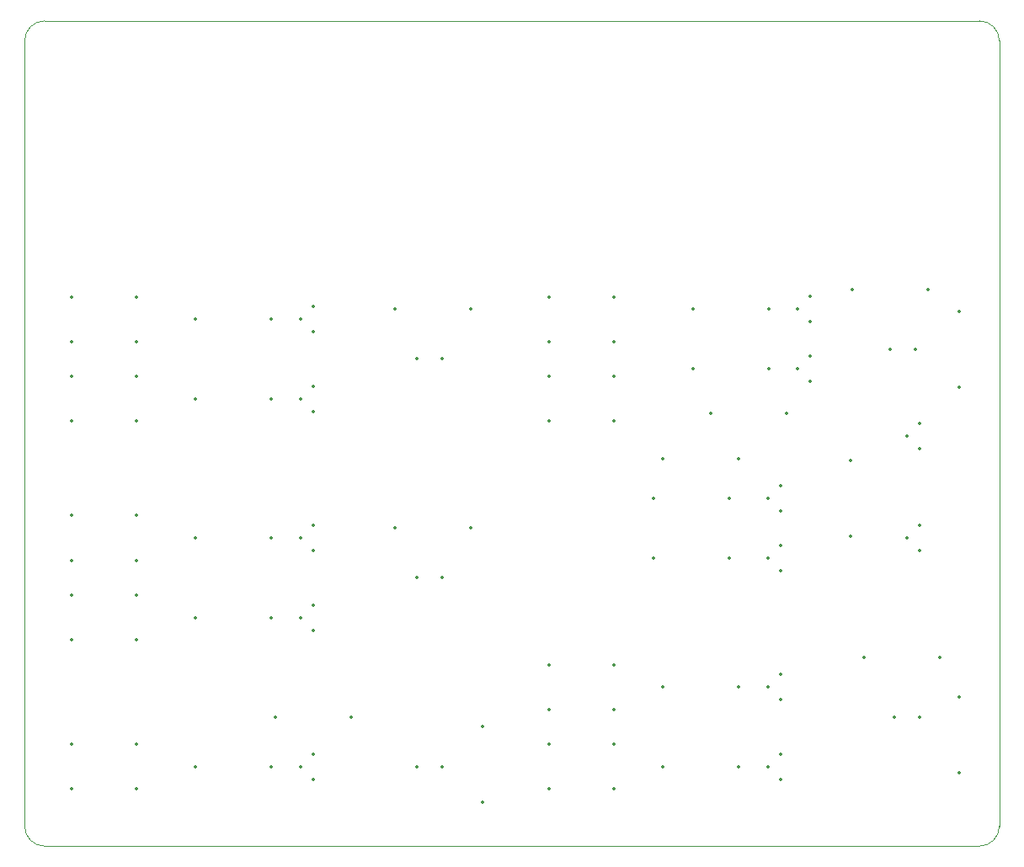
<source format=gko>
%TF.GenerationSoftware,KiCad,Pcbnew,8.99.0-3415-g545c771fd6*%
%TF.CreationDate,2025-05-12T12:54:29+02:00*%
%TF.ProjectId,logic-solder,6c6f6769-632d-4736-9f6c-6465722e6b69,3*%
%TF.SameCoordinates,Original*%
%TF.FileFunction,Profile,NP*%
%FSLAX46Y46*%
G04 Gerber Fmt 4.6, Leading zero omitted, Abs format (unit mm)*
G04 Created by KiCad (PCBNEW 8.99.0-3415-g545c771fd6) date 2025-05-12 12:54:29*
%MOMM*%
%LPD*%
G01*
G04 APERTURE LIST*
%TA.AperFunction,Profile*%
%ADD10C,0.050000*%
%TD*%
%ADD11C,0.350000*%
G04 APERTURE END LIST*
D10*
X153000000Y-108000000D02*
X153000000Y-29000000D01*
X251000000Y-108000000D02*
G75*
G02*
X249000000Y-110000000I-2000000J0D01*
G01*
X249000000Y-110000000D02*
X155000000Y-110000000D01*
X251000000Y-29000000D02*
X251000000Y-108000000D01*
X155000000Y-110000000D02*
G75*
G02*
X153000000Y-108000000I0J2000000D01*
G01*
X155000000Y-27000000D02*
X249000000Y-27000000D01*
X153000000Y-29000000D02*
G75*
G02*
X155000000Y-27000000I2000000J0D01*
G01*
X249000000Y-27000000D02*
G75*
G02*
X251000000Y-29000000I0J-2000000D01*
G01*
D11*
X229620000Y-66500000D03*
X222000000Y-66500000D03*
X199000000Y-105620000D03*
X199000000Y-98000000D03*
X192460000Y-102000000D03*
X195000000Y-102000000D03*
X232000000Y-60730000D03*
X230730000Y-62000000D03*
X232000000Y-63270000D03*
X243000000Y-67460000D03*
X241730000Y-68730000D03*
X243000000Y-70000000D03*
X229000000Y-73730000D03*
X227730000Y-75000000D03*
X229000000Y-76270000D03*
X243000000Y-77730000D03*
X241730000Y-79000000D03*
X243000000Y-80270000D03*
X243810000Y-54000000D03*
X236190000Y-54000000D03*
X227810000Y-56000000D03*
X220190000Y-56000000D03*
X227810000Y-62000000D03*
X220190000Y-62000000D03*
X177810000Y-79000000D03*
X170190000Y-79000000D03*
X197810000Y-78000000D03*
X190190000Y-78000000D03*
X177810000Y-87000000D03*
X170190000Y-87000000D03*
X223810000Y-75000000D03*
X216190000Y-75000000D03*
X236000000Y-78810000D03*
X236000000Y-71190000D03*
X223810000Y-81000000D03*
X216190000Y-81000000D03*
X217190000Y-71000000D03*
X224810000Y-71000000D03*
X237380000Y-91000000D03*
X245000000Y-91000000D03*
X178190000Y-97000000D03*
X185810000Y-97000000D03*
X224810000Y-94000000D03*
X217190000Y-94000000D03*
X177810000Y-102000000D03*
X170190000Y-102000000D03*
X205750000Y-62750000D03*
X212250000Y-62750000D03*
X205750000Y-67250000D03*
X212250000Y-67250000D03*
X157750000Y-76750000D03*
X164250000Y-76750000D03*
X157750000Y-81250000D03*
X164250000Y-81250000D03*
X157750000Y-84750000D03*
X164250000Y-84750000D03*
X157750000Y-89250000D03*
X164250000Y-89250000D03*
X205750000Y-91750000D03*
X212250000Y-91750000D03*
X205750000Y-96250000D03*
X212250000Y-96250000D03*
X157750000Y-99750000D03*
X164250000Y-99750000D03*
X157750000Y-104250000D03*
X164250000Y-104250000D03*
X205750000Y-99750000D03*
X212250000Y-99750000D03*
X205750000Y-104250000D03*
X212250000Y-104250000D03*
X195000000Y-83000000D03*
X192460000Y-83000000D03*
X232000000Y-57270000D03*
X230730000Y-56000000D03*
X232000000Y-54730000D03*
X240000000Y-60000000D03*
X242540000Y-60000000D03*
X182000000Y-58270000D03*
X180730000Y-57000000D03*
X182000000Y-55730000D03*
X195000000Y-61000000D03*
X192460000Y-61000000D03*
X182000000Y-80270000D03*
X180730000Y-79000000D03*
X182000000Y-77730000D03*
X190190000Y-56000000D03*
X197810000Y-56000000D03*
X243000000Y-97000000D03*
X240460000Y-97000000D03*
X229000000Y-103270000D03*
X227730000Y-102000000D03*
X229000000Y-100730000D03*
X164250000Y-67250000D03*
X157750000Y-67250000D03*
X164250000Y-62750000D03*
X157750000Y-62750000D03*
X247000000Y-56190000D03*
X247000000Y-63810000D03*
X229000000Y-82270000D03*
X227730000Y-81000000D03*
X229000000Y-79730000D03*
X182000000Y-88270000D03*
X180730000Y-87000000D03*
X182000000Y-85730000D03*
X170190000Y-65000000D03*
X177810000Y-65000000D03*
X229000000Y-95270000D03*
X227730000Y-94000000D03*
X229000000Y-92730000D03*
X182000000Y-103270000D03*
X180730000Y-102000000D03*
X182000000Y-100730000D03*
X212250000Y-59250000D03*
X205750000Y-59250000D03*
X212250000Y-54750000D03*
X205750000Y-54750000D03*
X164250000Y-59250000D03*
X157750000Y-59250000D03*
X164250000Y-54750000D03*
X157750000Y-54750000D03*
X182000000Y-66270000D03*
X180730000Y-65000000D03*
X182000000Y-63730000D03*
X170190000Y-57000000D03*
X177810000Y-57000000D03*
X217190000Y-102000000D03*
X224810000Y-102000000D03*
X247000000Y-102620000D03*
X247000000Y-95000000D03*
M02*

</source>
